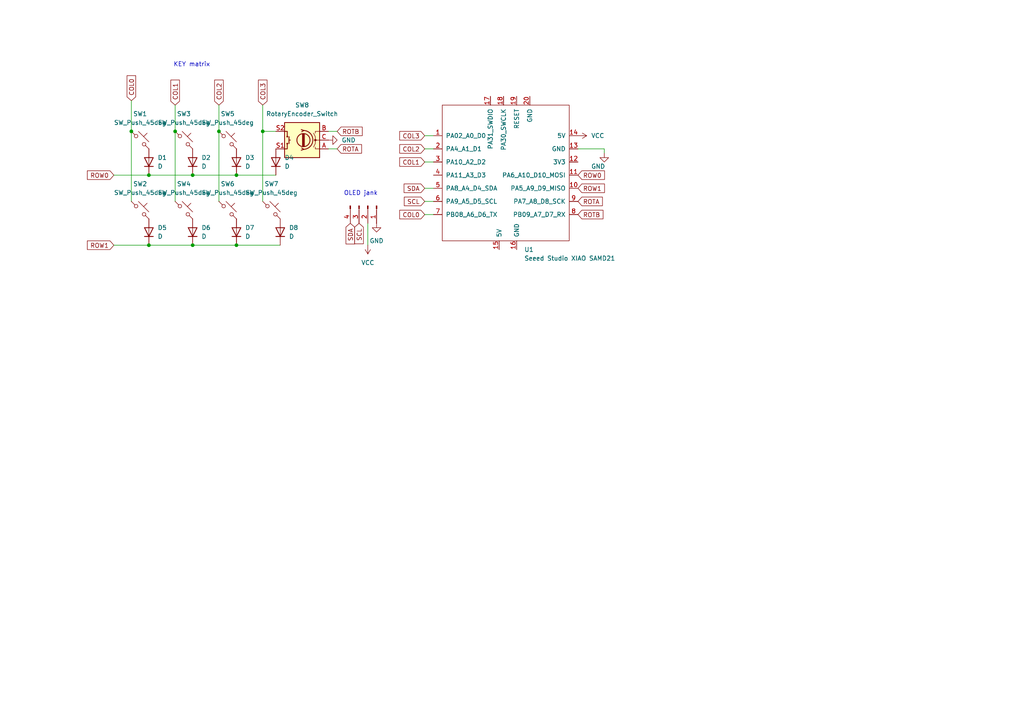
<source format=kicad_sch>
(kicad_sch (version 20231120) (generator "eeschema") (generator_version "8.0")
  (paper "A4")
  (lib_symbols
    (symbol "Connector:Conn_01x04_Pin" (pin_names (offset 1.016) hide)
      (property "Reference" "J" (at 0 5.08 0))
      (property "Value" "Conn_01x04_Pin" (at 0 -7.62 0))
      (symbol "Conn_01x04_Pin_1_1"
        (polyline (pts (xy 1.27 -5.08) (xy 0.8636 -5.08)) (stroke (width 0.1524)))
        (polyline (pts (xy 1.27 -2.54) (xy 0.8636 -2.54)) (stroke (width 0.1524)))
        (polyline (pts (xy 1.27 0) (xy 0.8636 0)) (stroke (width 0.1524)))
        (polyline (pts (xy 1.27 2.54) (xy 0.8636 2.54)) (stroke (width 0.1524)))
        (rectangle (start 0.8636 -4.953) (end 0 -5.207) (stroke (width 0.1524)) (fill (type outline)))
        (rectangle (start 0.8636 -2.413) (end 0 -2.667) (stroke (width 0.1524)) (fill (type outline)))
        (rectangle (start 0.8636 0.127) (end 0 -0.127) (stroke (width 0.1524)) (fill (type outline)))
        (rectangle (start 0.8636 2.667) (end 0 2.413) (stroke (width 0.1524)) (fill (type outline)))
        (pin passive line (at 5.08 2.54 180) (length 3.81) (name "Pin_1") (number "1"))
        (pin passive line (at 5.08 0 180) (length 3.81) (name "Pin_2") (number "2"))
        (pin passive line (at 5.08 -2.54 180) (length 3.81) (name "Pin_3") (number "3"))
        (pin passive line (at 5.08 -5.08 180) (length 3.81) (name "Pin_4") (number "4"))
      )
    )
    (symbol "Device:D" (pin_numbers hide) (pin_names (offset 1.016) hide)
      (property "Reference" "D" (at 0 2.54 0))
      (property "Value" "D" (at 0 -2.54 0))
      (symbol "D_0_1"
        (polyline (pts (xy -1.27 1.27) (xy -1.27 -1.27)) (stroke (width 0.254)))
        (polyline (pts (xy 1.27 0) (xy -1.27 0)))
        (polyline (pts (xy 1.27 1.27) (xy 1.27 -1.27) (xy -1.27 0) (xy 1.27 1.27)) (stroke (width 0.254)))
      )
      (symbol "D_1_1"
        (pin passive line (at -3.81 0 0) (length 2.54) (name "K") (number "1"))
        (pin passive line (at 3.81 0 180) (length 2.54) (name "A") (number "2"))
      )
    )
    (symbol "Device:RotaryEncoder_Switch" (pin_names (offset 0.254) hide)
      (property "Reference" "SW" (at 0 6.604 0))
      (property "Value" "RotaryEncoder_Switch" (at 0 -6.604 0))
      (symbol "RotaryEncoder_Switch_0_1"
        (rectangle (start -5.08 5.08) (end 5.08 -5.08) (stroke (width 0.254)) (fill (type background)))
        (circle (center -3.81 0) (radius 0.254) (fill (type outline)))
        (circle (center -0.381 0) (radius 1.905) (stroke (width 0.254)))
        (arc (start -0.381 2.667) (mid -3.0988 -0.0635) (end -0.381 -2.794) (stroke (width 0.254)))
        (polyline (pts (xy -0.635 -1.778) (xy -0.635 1.778)) (stroke (width 0.254)))
        (polyline (pts (xy -0.381 -1.778) (xy -0.381 1.778)) (stroke (width 0.254)))
        (polyline (pts (xy -0.127 1.778) (xy -0.127 -1.778)) (stroke (width 0.254)))
        (polyline (pts (xy 3.81 0) (xy 3.429 0)) (stroke (width 0.254)))
        (polyline (pts (xy 3.81 1.016) (xy 3.81 -1.016)) (stroke (width 0.254)))
        (polyline (pts (xy -5.08 -2.54) (xy -3.81 -2.54) (xy -3.81 -2.032)))
        (polyline (pts (xy -5.08 2.54) (xy -3.81 2.54) (xy -3.81 2.032)))
        (polyline (pts (xy 0.254 -3.048) (xy -0.508 -2.794) (xy 0.127 -2.413)) (stroke (width 0.254)))
        (polyline (pts (xy 0.254 2.921) (xy -0.508 2.667) (xy 0.127 2.286)) (stroke (width 0.254)))
        (polyline (pts (xy 5.08 -2.54) (xy 4.318 -2.54) (xy 4.318 -1.016)) (stroke (width 0.254)))
        (polyline (pts (xy 5.08 2.54) (xy 4.318 2.54) (xy 4.318 1.016)) (stroke (width 0.254)))
        (polyline (pts (xy -5.08 0) (xy -3.81 0) (xy -3.81 -1.016) (xy -3.302 -2.032)))
        (polyline (pts (xy -4.318 0) (xy -3.81 0) (xy -3.81 1.016) (xy -3.302 2.032)))
        (circle (center 4.318 -1.016) (radius 0.127) (stroke (width 0.254)))
        (circle (center 4.318 1.016) (radius 0.127) (stroke (width 0.254)))
      )
      (symbol "RotaryEncoder_Switch_1_1"
        (pin passive line (at -7.62 2.54 0) (length 2.54) (name "A") (number "A"))
        (pin passive line (at -7.62 -2.54 0) (length 2.54) (name "B") (number "B"))
        (pin passive line (at -7.62 0 0) (length 2.54) (name "C") (number "C"))
        (pin passive line (at 7.62 2.54 180) (length 2.54) (name "S1") (number "S1"))
        (pin passive line (at 7.62 -2.54 180) (length 2.54) (name "S2") (number "S2"))
      )
    )
    (symbol "Seeed_Studio_XIAO_Series:Seeed Studio XIAO SAMD21" (pin_names (offset 1.016))
      (property "Reference" "U" (at -19.05 22.86 0))
      (property "Value" "Seeed Studio XIAO SAMD21" (at -12.7 21.59 0))
      (symbol "Seeed Studio XIAO SAMD21_0_1"
        (rectangle (start -19.05 20.32) (end 17.78 -19.05))
      )
      (symbol "Seeed Studio XIAO SAMD21_1_1"
        (pin unspecified line (at -21.59 11.43 0) (length 2.54) (name "PA02_A0_D0") (number "1"))
        (pin unspecified line (at 20.32 -3.81 180) (length 2.54) (name "PA5_A9_D9_MISO") (number "10"))
        (pin unspecified line (at 20.32 0 180) (length 2.54) (name "PA6_A10_D10_MOSI") (number "11"))
        (pin unspecified line (at 20.32 3.81 180) (length 2.54) (name "3V3") (number "12"))
        (pin unspecified line (at 20.32 7.62 180) (length 2.54) (name "GND") (number "13"))
        (pin unspecified line (at 20.32 11.43 180) (length 2.54) (name "5V") (number "14"))
        (pin input line (at -2.54 -21.59 90) (length 2.54) (name "5V") (number "15"))
        (pin input line (at 2.54 -21.59 90) (length 2.54) (name "GND") (number "16"))
        (pin input line (at -5.08 22.86 270) (length 2.54) (name "PA31_SWDIO") (number "17"))
        (pin input line (at -1.27 22.86 270) (length 2.54) (name "PA30_SWCLK") (number "18"))
        (pin input line (at 2.54 22.86 270) (length 2.54) (name "RESET") (number "19"))
        (pin unspecified line (at -21.59 7.62 0) (length 2.54) (name "PA4_A1_D1") (number "2"))
        (pin input line (at 6.35 22.86 270) (length 2.54) (name "GND") (number "20"))
        (pin unspecified line (at -21.59 3.81 0) (length 2.54) (name "PA10_A2_D2") (number "3"))
        (pin unspecified line (at -21.59 0 0) (length 2.54) (name "PA11_A3_D3") (number "4"))
        (pin unspecified line (at -21.59 -3.81 0) (length 2.54) (name "PA8_A4_D4_SDA") (number "5"))
        (pin unspecified line (at -21.59 -7.62 0) (length 2.54) (name "PA9_A5_D5_SCL") (number "6"))
        (pin unspecified line (at -21.59 -11.43 0) (length 2.54) (name "PB08_A6_D6_TX") (number "7"))
        (pin unspecified line (at 20.32 -11.43 180) (length 2.54) (name "PB09_A7_D7_RX") (number "8"))
        (pin unspecified line (at 20.32 -7.62 180) (length 2.54) (name "PA7_A8_D8_SCK") (number "9"))
      )
    )
    (symbol "Switch:SW_Push_45deg" (pin_numbers hide) (pin_names (offset 1.016) hide)
      (property "Reference" "SW" (at 3.048 1.016 0))
      (property "Value" "SW_Push_45deg" (at 0 -3.81 0))
      (symbol "SW_Push_45deg_0_1"
        (circle (center -1.1684 1.1684) (radius 0.508))
        (polyline (pts (xy -0.508 2.54) (xy 2.54 -0.508)))
        (polyline (pts (xy 1.016 1.016) (xy 2.032 2.032)))
        (polyline (pts (xy -2.54 2.54) (xy -1.524 1.524) (xy -1.524 1.524)))
        (polyline (pts (xy 1.524 -1.524) (xy 2.54 -2.54) (xy 2.54 -2.54) (xy 2.54 -2.54)))
        (circle (center 1.143 -1.1938) (radius 0.508))
        (pin passive line (at -2.54 2.54 0) (length 0) (name "1") (number "1"))
        (pin passive line (at 2.54 -2.54 180) (length 0) (name "2") (number "2"))
      )
    )
    (symbol "power:GND" (power) (pin_numbers hide) (pin_names (offset 0) hide)
      (property "Value" "GND" (at 0 -3.81 0))
      (symbol "GND_0_1"
        (polyline (pts (xy 0 0) (xy 0 -1.27) (xy 1.27 -1.27) (xy 0 -2.54) (xy -1.27 -1.27) (xy 0 -1.27)))
      )
      (symbol "GND_1_1"
        (pin power_in line (at 0 0 270) (length 0) (name "~") (number "1"))
      )
    )
    (symbol "power:VCC" (power) (pin_numbers hide) (pin_names (offset 0) hide)
      (property "Value" "VCC" (at 0 3.556 0))
      (symbol "VCC_0_1"
        (polyline (pts (xy -0.762 1.27) (xy 0 2.54)))
        (polyline (pts (xy 0 0) (xy 0 2.54)))
        (polyline (pts (xy 0 2.54) (xy 0.762 1.27)))
      )
      (symbol "VCC_1_1"
        (pin power_in line (at 0 0 90) (length 0) (name "~") (number "1"))
      )
    )
  )
  (junction (at 76.2 38.1))
  (junction (at 68.58 71.12))
  (junction (at 63.5 38.1))
  (junction (at 55.88 50.8))
  (junction (at 50.8 38.1))
  (junction (at 55.88 71.12))
  (junction (at 43.18 71.12))
  (junction (at 43.18 50.8))
  (junction (at 68.58 50.8))
  (junction (at 38.1 38.1))
  (wire (pts (xy 68.58 71.12) (xy 81.28 71.12)))
  (wire (pts (xy 167.64 43.18) (xy 175.26 43.18)))
  (wire (pts (xy 97.79 43.18) (xy 95.25 43.18)))
  (wire (pts (xy 123.19 43.18) (xy 125.73 43.18)))
  (wire (pts (xy 63.5 38.1) (xy 63.5 58.42)))
  (wire (pts (xy 123.19 39.37) (xy 125.73 39.37)))
  (wire (pts (xy 106.68 64.77) (xy 106.68 71.12)))
  (wire (pts (xy 123.19 54.61) (xy 125.73 54.61)))
  (wire (pts (xy 80.01 38.1) (xy 76.2 38.1)))
  (wire (pts (xy 43.18 71.12) (xy 55.88 71.12)))
  (wire (pts (xy 175.26 43.18) (xy 175.26 44.45)))
  (wire (pts (xy 55.88 50.8) (xy 68.58 50.8)))
  (wire (pts (xy 33.02 71.12) (xy 43.18 71.12)))
  (wire (pts (xy 55.88 71.12) (xy 68.58 71.12)))
  (wire (pts (xy 97.79 38.1) (xy 95.25 38.1)))
  (wire (pts (xy 76.2 30.48) (xy 76.2 38.1)))
  (wire (pts (xy 123.19 62.23) (xy 125.73 62.23)))
  (wire (pts (xy 38.1 29.21) (xy 38.1 38.1)))
  (wire (pts (xy 123.19 58.42) (xy 125.73 58.42)))
  (wire (pts (xy 33.02 50.8) (xy 43.18 50.8)))
  (wire (pts (xy 63.5 30.48) (xy 63.5 38.1)))
  (wire (pts (xy 76.2 38.1) (xy 76.2 58.42)))
  (wire (pts (xy 38.1 38.1) (xy 38.1 58.42)))
  (wire (pts (xy 50.8 38.1) (xy 50.8 58.42)))
  (wire (pts (xy 43.18 50.8) (xy 55.88 50.8)))
  (wire (pts (xy 123.19 46.99) (xy 125.73 46.99)))
  (wire (pts (xy 50.8 30.48) (xy 50.8 38.1)))
  (wire (pts (xy 68.58 50.8) (xy 80.01 50.8)))
  (text "OLED jank" (at 104.648 56.134 0) (effects (font (size 1.27 1.27))))
  (text "KEY matrix\n" (at 55.626 18.796 0) (effects (font (size 1.27 1.27))))
  (global_label "COL1" (shape input) (at 123.19 46.99 180) (property "Intersheetrefs" "${INTERSHEET_REFS}" (effects (hide yes))))
  (global_label "SCL" (shape input) (at 123.19 58.42 180) (property "Intersheetrefs" "${INTERSHEET_REFS}" (effects (hide yes))))
  (global_label "COL3" (shape input) (at 76.2 30.48 90) (property "Intersheetrefs" "${INTERSHEET_REFS}" (effects (hide yes))))
  (global_label "ROW1" (shape input) (at 33.02 71.12 180) (property "Intersheetrefs" "${INTERSHEET_REFS}" (effects (hide yes))))
  (global_label "COL0" (shape input) (at 38.1 29.21 90) (property "Intersheetrefs" "${INTERSHEET_REFS}" (effects (hide yes))))
  (global_label "COL3" (shape input) (at 123.19 39.37 180) (property "Intersheetrefs" "${INTERSHEET_REFS}" (effects (hide yes))))
  (global_label "ROW0" (shape input) (at 33.02 50.8 180) (property "Intersheetrefs" "${INTERSHEET_REFS}" (effects (hide yes))))
  (global_label "SCL" (shape input) (at 104.14 64.77 270) (property "Intersheetrefs" "${INTERSHEET_REFS}" (effects (hide yes))))
  (global_label "SDA" (shape input) (at 123.19 54.61 180) (property "Intersheetrefs" "${INTERSHEET_REFS}" (effects (hide yes))))
  (global_label "SDA" (shape input) (at 101.6 64.77 270) (property "Intersheetrefs" "${INTERSHEET_REFS}" (effects (hide yes))))
  (global_label "COL0" (shape input) (at 123.19 62.23 180) (property "Intersheetrefs" "${INTERSHEET_REFS}" (effects (hide yes))))
  (global_label "ROW1" (shape input) (at 167.64 54.61 0) (property "Intersheetrefs" "${INTERSHEET_REFS}" (effects (hide yes))))
  (global_label "ROW0" (shape input) (at 167.64 50.8 0) (property "Intersheetrefs" "${INTERSHEET_REFS}" (effects (hide yes))))
  (global_label "COL1" (shape input) (at 50.8 30.48 90) (property "Intersheetrefs" "${INTERSHEET_REFS}" (effects (hide yes))))
  (global_label "ROTB" (shape input) (at 167.64 62.23 0) (property "Intersheetrefs" "${INTERSHEET_REFS}" (effects (hide yes))))
  (global_label "COL2" (shape input) (at 63.5 30.48 90) (property "Intersheetrefs" "${INTERSHEET_REFS}" (effects (hide yes))))
  (global_label "ROTA" (shape input) (at 167.64 58.42 0) (property "Intersheetrefs" "${INTERSHEET_REFS}" (effects (hide yes))))
  (global_label "ROTB" (shape input) (at 97.79 38.1 0) (property "Intersheetrefs" "${INTERSHEET_REFS}" (effects (hide yes))))
  (global_label "COL2" (shape input) (at 123.19 43.18 180) (property "Intersheetrefs" "${INTERSHEET_REFS}" (effects (hide yes))))
  (global_label "ROTA" (shape input) (at 97.79 43.18 0) (property "Intersheetrefs" "${INTERSHEET_REFS}" (effects (hide yes))))
  (symbol (lib_id "Device:D") (at 43.18 46.99 90) (unit 1)
    (property "Reference" "D1" (at 45.72 45.7199 90) (effects (justify right)))
    (property "Value" "D" (at 45.72 48.2599 90) (effects (justify right)))
    (property "Footprint" "Diode_THT:D_DO-35_SOD27_P7.62mm_Horizontal" (effects (hide yes)))
    (property "Description" "Diode" (effects (hide yes)))
    (property "Sim.Device" "D" (effects (hide yes)))
    (property "Sim.Pins" "1=K 2=A" (effects (hide yes)))
  )
  (symbol (lib_id "Switch:SW_Push_45deg") (at 40.64 40.64 0) (unit 1)
    (property "Reference" "SW1" (at 40.64 33.02 0))
    (property "Value" "SW_Push_45deg" (at 40.64 35.56 0))
    (property "Footprint" "Button_Switch_Keyboard:SW_Cherry_MX_1.00u_PCB" (effects (hide yes)))
    (property "Description" "Push button switch, normally open, two pins, 45° tilted" (effects (hide yes)))
  )
  (symbol (lib_id "power:GND") (at 95.25 40.64 90) (unit 1)
    (property "Reference" "#PWR01" (effects (hide yes)))
    (property "Value" "GND" (at 99.06 40.6399 90) (effects (justify right)))
    (property "Description" "Power symbol creates a global label with name \"GND\" , ground" (effects (hide yes)))
  )
  (symbol (lib_id "power:VCC") (at 167.64 39.37 270) (unit 1)
    (property "Reference" "#PWR05" (effects (hide yes)))
    (property "Value" "VCC" (at 171.45 39.3699 90) (effects (justify left)))
    (property "Description" "Power symbol creates a global label with name \"VCC\"" (effects (hide yes)))
  )
  (symbol (lib_id "Switch:SW_Push_45deg") (at 66.04 60.96 0) (unit 1)
    (property "Reference" "SW6" (at 66.04 53.34 0))
    (property "Value" "SW_Push_45deg" (at 66.04 55.88 0))
    (property "Footprint" "Button_Switch_Keyboard:SW_Cherry_MX_1.00u_PCB" (effects (hide yes)))
    (property "Description" "Push button switch, normally open, two pins, 45° tilted" (effects (hide yes)))
  )
  (symbol (lib_id "Device:RotaryEncoder_Switch") (at 87.63 40.64 180) (unit 1)
    (property "Reference" "SW8" (at 87.63 30.48 0))
    (property "Value" "RotaryEncoder_Switch" (at 87.63 33.02 0))
    (property "Footprint" "Rotary_Encoder:RotaryEncoder_Alps_EC11E-Switch_Vertical_H20mm" (effects (hide yes)))
    (property "Description" "Rotary encoder, dual channel, incremental quadrate outputs, with switch" (effects (hide yes)))
  )
  (symbol (lib_id "Switch:SW_Push_45deg") (at 78.74 60.96 0) (unit 1)
    (property "Reference" "SW7" (at 78.74 53.34 0))
    (property "Value" "SW_Push_45deg" (at 78.74 55.88 0))
    (property "Footprint" "Button_Switch_Keyboard:SW_Cherry_MX_1.00u_PCB" (effects (hide yes)))
    (property "Description" "Push button switch, normally open, two pins, 45° tilted" (effects (hide yes)))
  )
  (symbol (lib_id "power:GND") (at 109.22 64.77 0) (unit 1)
    (property "Reference" "#PWR03" (effects (hide yes)))
    (property "Value" "GND" (at 109.22 69.85 0))
    (property "Description" "Power symbol creates a global label with name \"GND\" , ground" (effects (hide yes)))
  )
  (symbol (lib_id "Switch:SW_Push_45deg") (at 53.34 60.96 0) (unit 1)
    (property "Reference" "SW4" (at 53.34 53.34 0))
    (property "Value" "SW_Push_45deg" (at 53.34 55.88 0))
    (property "Footprint" "Button_Switch_Keyboard:SW_Cherry_MX_1.00u_PCB" (effects (hide yes)))
    (property "Description" "Push button switch, normally open, two pins, 45° tilted" (effects (hide yes)))
  )
  (symbol (lib_id "Device:D") (at 68.58 67.31 90) (unit 1)
    (property "Reference" "D7" (at 71.12 66.0399 90) (effects (justify right)))
    (property "Value" "D" (at 71.12 68.5799 90) (effects (justify right)))
    (property "Footprint" "Diode_THT:D_DO-35_SOD27_P7.62mm_Horizontal" (effects (hide yes)))
    (property "Description" "Diode" (effects (hide yes)))
    (property "Sim.Device" "D" (effects (hide yes)))
    (property "Sim.Pins" "1=K 2=A" (effects (hide yes)))
  )
  (symbol (lib_id "Switch:SW_Push_45deg") (at 66.04 40.64 0) (unit 1)
    (property "Reference" "SW5" (at 66.04 33.02 0))
    (property "Value" "SW_Push_45deg" (at 66.04 35.56 0))
    (property "Footprint" "Button_Switch_Keyboard:SW_Cherry_MX_1.00u_PCB" (effects (hide yes)))
    (property "Description" "Push button switch, normally open, two pins, 45° tilted" (effects (hide yes)))
  )
  (symbol (lib_id "Switch:SW_Push_45deg") (at 40.64 60.96 0) (unit 1)
    (property "Reference" "SW2" (at 40.64 53.34 0))
    (property "Value" "SW_Push_45deg" (at 40.64 55.88 0))
    (property "Footprint" "Button_Switch_Keyboard:SW_Cherry_MX_1.00u_PCB" (effects (hide yes)))
    (property "Description" "Push button switch, normally open, two pins, 45° tilted" (effects (hide yes)))
  )
  (symbol (lib_id "Device:D") (at 68.58 46.99 90) (unit 1)
    (property "Reference" "D3" (at 71.12 45.7199 90) (effects (justify right)))
    (property "Value" "D" (at 71.12 48.2599 90) (effects (justify right)))
    (property "Footprint" "Diode_THT:D_DO-35_SOD27_P7.62mm_Horizontal" (effects (hide yes)))
    (property "Description" "Diode" (effects (hide yes)))
    (property "Sim.Device" "D" (effects (hide yes)))
    (property "Sim.Pins" "1=K 2=A" (effects (hide yes)))
  )
  (symbol (lib_id "power:GND") (at 175.26 44.45 0) (unit 1)
    (property "Reference" "#PWR02" (effects (hide yes)))
    (property "Value" "GND" (at 173.482 48.26 0))
    (property "Description" "Power symbol creates a global label with name \"GND\" , ground" (effects (hide yes)))
  )
  (symbol (lib_id "Connector:Conn_01x04_Pin") (at 106.68 59.69 270) (unit 1)
    (property "Reference" "O1" (effects (hide yes)))
    (property "Value" "OLEd" (effects (hide yes)))
    (property "Footprint" "Library:SSD1306-0.91-OLED-4pin-128x32" (effects (hide yes)))
    (property "Description" "Generic connector, single row, 01x04, script generated" (effects (hide yes)))
  )
  (symbol (lib_id "Device:D") (at 55.88 46.99 90) (unit 1)
    (property "Reference" "D2" (at 58.42 45.7199 90) (effects (justify right)))
    (property "Value" "D" (at 58.42 48.2599 90) (effects (justify right)))
    (property "Footprint" "Diode_THT:D_DO-35_SOD27_P7.62mm_Horizontal" (effects (hide yes)))
    (property "Description" "Diode" (effects (hide yes)))
    (property "Sim.Device" "D" (effects (hide yes)))
    (property "Sim.Pins" "1=K 2=A" (effects (hide yes)))
  )
  (symbol (lib_id "Device:D") (at 55.88 67.31 90) (unit 1)
    (property "Reference" "D6" (at 58.42 66.0399 90) (effects (justify right)))
    (property "Value" "D" (at 58.42 68.5799 90) (effects (justify right)))
    (property "Footprint" "Diode_THT:D_DO-35_SOD27_P7.62mm_Horizontal" (effects (hide yes)))
    (property "Description" "Diode" (effects (hide yes)))
    (property "Sim.Device" "D" (effects (hide yes)))
    (property "Sim.Pins" "1=K 2=A" (effects (hide yes)))
  )
  (symbol (lib_id "Device:D") (at 81.28 67.31 90) (unit 1)
    (property "Reference" "D8" (at 83.82 66.0399 90) (effects (justify right)))
    (property "Value" "D" (at 83.82 68.5799 90) (effects (justify right)))
    (property "Footprint" "Diode_THT:D_DO-35_SOD27_P7.62mm_Horizontal" (effects (hide yes)))
    (property "Description" "Diode" (effects (hide yes)))
    (property "Sim.Device" "D" (effects (hide yes)))
    (property "Sim.Pins" "1=K 2=A" (effects (hide yes)))
  )
  (symbol (lib_id "power:VCC") (at 106.68 71.12 180) (unit 1)
    (property "Reference" "#PWR04" (effects (hide yes)))
    (property "Value" "VCC" (at 106.68 76.2 0))
    (property "Description" "Power symbol creates a global label with name \"VCC\"" (effects (hide yes)))
  )
  (symbol (lib_id "Device:D") (at 43.18 67.31 90) (unit 1)
    (property "Reference" "D5" (at 45.72 66.0399 90) (effects (justify right)))
    (property "Value" "D" (at 45.72 68.5799 90) (effects (justify right)))
    (property "Footprint" "Diode_THT:D_DO-35_SOD27_P7.62mm_Horizontal" (effects (hide yes)))
    (property "Description" "Diode" (effects (hide yes)))
    (property "Sim.Device" "D" (effects (hide yes)))
    (property "Sim.Pins" "1=K 2=A" (effects (hide yes)))
  )
  (symbol (lib_id "Seeed_Studio_XIAO_Series:Seeed Studio XIAO SAMD21") (at 147.32 50.8 0) (unit 1)
    (property "Reference" "U1" (at 152.0541 72.39 0) (effects (justify left)))
    (property "Value" "Seeed Studio XIAO SAMD21" (at 152.0541 74.93 0) (effects (justify left)))
    (property "Footprint" "Seeed Studio XIAO Series Library:XIAO-Generic-Thruhole-14P-2.54-21X17.8MM" (effects (hide yes)))
  )
  (symbol (lib_id "Switch:SW_Push_45deg") (at 53.34 40.64 0) (unit 1)
    (property "Reference" "SW3" (at 53.34 33.02 0))
    (property "Value" "SW_Push_45deg" (at 53.34 35.56 0))
    (property "Footprint" "Button_Switch_Keyboard:SW_Cherry_MX_1.00u_PCB" (effects (hide yes)))
    (property "Description" "Push button switch, normally open, two pins, 45° tilted" (effects (hide yes)))
  )
  (symbol (lib_id "Device:D") (at 80.01 46.99 90) (unit 1)
    (property "Reference" "D4" (at 82.55 45.7199 90) (effects (justify right)))
    (property "Value" "D" (at 82.55 48.2599 90) (effects (justify right)))
    (property "Footprint" "Diode_THT:D_DO-35_SOD27_P7.62mm_Horizontal" (effects (hide yes)))
    (property "Description" "Diode" (effects (hide yes)))
    (property "Sim.Device" "D" (effects (hide yes)))
    (property "Sim.Pins" "1=K 2=A" (effects (hide yes)))
  )
)
</source>
